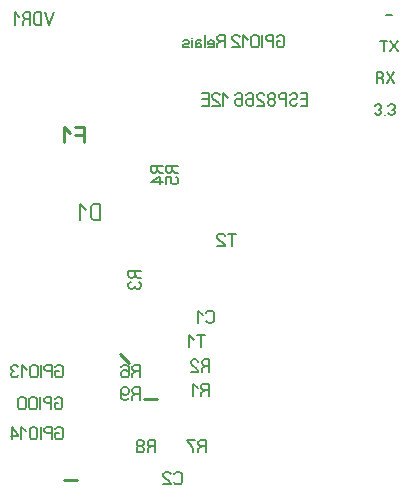
<source format=gbr>
%FSLAX32Y32*%
%MOMM*%
%LNBESTUECKUNG1*%
G71*
G01*
%ADD10C, 0.16*%
%ADD11C, 0.24*%
%ADD12C, 0.17*%
%ADD13C, 0.13*%
%ADD14C, 0.22*%
%LPD*%
G54D10*
X7652Y7533D02*
X7659Y7544D01*
X7672Y7549D01*
X7685Y7549D01*
X7699Y7544D01*
X7705Y7533D01*
X7705Y7521D01*
X7699Y7510D01*
X7685Y7505D01*
X7699Y7499D01*
X7705Y7488D01*
X7705Y7477D01*
X7699Y7466D01*
X7685Y7460D01*
X7672Y7460D01*
X7659Y7466D01*
X7652Y7477D01*
G54D10*
X7736Y7460D02*
X7736Y7460D01*
G54D10*
X7767Y7533D02*
X7774Y7544D01*
X7787Y7549D01*
X7800Y7549D01*
X7814Y7544D01*
X7820Y7533D01*
X7820Y7521D01*
X7814Y7510D01*
X7800Y7505D01*
X7814Y7499D01*
X7820Y7488D01*
X7820Y7477D01*
X7814Y7466D01*
X7800Y7460D01*
X7787Y7460D01*
X7774Y7466D01*
X7767Y7477D01*
G54D10*
X7747Y8302D02*
X7801Y8302D01*
G54D10*
X7726Y8000D02*
X7726Y8089D01*
G54D10*
X7700Y8089D02*
X7753Y8089D01*
G54D10*
X7784Y8089D02*
X7850Y8000D01*
G54D10*
X7784Y8000D02*
X7850Y8089D01*
G54D10*
X7695Y7775D02*
X7715Y7764D01*
X7721Y7752D01*
X7721Y7730D01*
G54D10*
X7668Y7730D02*
X7668Y7819D01*
X7701Y7819D01*
X7715Y7814D01*
X7721Y7802D01*
X7721Y7791D01*
X7715Y7780D01*
X7701Y7775D01*
X7668Y7775D01*
G54D10*
X7752Y7819D02*
X7819Y7730D01*
G54D10*
X7752Y7730D02*
X7819Y7819D01*
G54D11*
X5188Y7226D02*
X5188Y7360D01*
X5118Y7360D01*
G54D11*
X5188Y7293D02*
X5118Y7293D01*
G54D11*
X5071Y7310D02*
X5021Y7360D01*
X5021Y7226D01*
G54D12*
X5327Y6571D02*
X5327Y6705D01*
X5277Y6705D01*
X5257Y6696D01*
X5247Y6680D01*
X5247Y6596D01*
X5257Y6580D01*
X5277Y6571D01*
X5327Y6571D01*
G54D12*
X5210Y6655D02*
X5160Y6705D01*
X5160Y6571D01*
G54D13*
X6214Y5130D02*
X6190Y5117D01*
X6182Y5103D01*
X6182Y5077D01*
G54D13*
X6246Y5077D02*
X6246Y5183D01*
X6206Y5183D01*
X6190Y5177D01*
X6182Y5163D01*
X6182Y5150D01*
X6190Y5137D01*
X6206Y5130D01*
X6246Y5130D01*
G54D13*
X6153Y5143D02*
X6113Y5183D01*
X6113Y5077D01*
G54D13*
X6219Y5337D02*
X6195Y5324D01*
X6187Y5310D01*
X6187Y5284D01*
G54D13*
X6251Y5284D02*
X6251Y5390D01*
X6211Y5390D01*
X6195Y5384D01*
X6187Y5370D01*
X6187Y5357D01*
X6195Y5344D01*
X6211Y5337D01*
X6251Y5337D01*
G54D13*
X6094Y5284D02*
X6158Y5284D01*
X6158Y5290D01*
X6150Y5304D01*
X6102Y5344D01*
X6094Y5357D01*
X6094Y5370D01*
X6102Y5384D01*
X6118Y5390D01*
X6134Y5390D01*
X6150Y5384D01*
X6158Y5370D01*
G54D13*
X5619Y6109D02*
X5632Y6085D01*
X5646Y6077D01*
X5672Y6077D01*
G54D13*
X5672Y6141D02*
X5566Y6141D01*
X5566Y6101D01*
X5572Y6085D01*
X5586Y6077D01*
X5599Y6077D01*
X5612Y6085D01*
X5619Y6101D01*
X5619Y6141D01*
G54D13*
X5586Y6048D02*
X5572Y6040D01*
X5566Y6024D01*
X5566Y6008D01*
X5572Y5992D01*
X5586Y5984D01*
X5599Y5984D01*
X5612Y5992D01*
X5619Y6008D01*
X5626Y5992D01*
X5639Y5984D01*
X5652Y5984D01*
X5666Y5992D01*
X5672Y6008D01*
X5672Y6024D01*
X5666Y6040D01*
X5652Y6048D01*
G54D13*
X6227Y5716D02*
X6235Y5703D01*
X6251Y5696D01*
X6267Y5696D01*
X6283Y5703D01*
X6291Y5716D01*
X6291Y5783D01*
X6283Y5796D01*
X6267Y5803D01*
X6251Y5803D01*
X6235Y5796D01*
X6227Y5783D01*
G54D13*
X6198Y5763D02*
X6158Y5803D01*
X6158Y5696D01*
G54D13*
X6180Y5490D02*
X6180Y5597D01*
G54D13*
X6212Y5597D02*
X6148Y5597D01*
G54D13*
X6118Y5557D02*
X6078Y5597D01*
X6078Y5490D01*
G54D13*
X5810Y6996D02*
X5823Y6972D01*
X5836Y6964D01*
X5863Y6964D01*
G54D13*
X5863Y7028D02*
X5756Y7028D01*
X5756Y6988D01*
X5763Y6972D01*
X5776Y6964D01*
X5790Y6964D01*
X5803Y6972D01*
X5810Y6988D01*
X5810Y7028D01*
G54D13*
X5863Y6887D02*
X5756Y6887D01*
X5823Y6935D01*
X5836Y6935D01*
X5836Y6871D01*
G54D13*
X5937Y6996D02*
X5950Y6972D01*
X5963Y6964D01*
X5990Y6964D01*
G54D13*
X5990Y7028D02*
X5883Y7028D01*
X5883Y6988D01*
X5890Y6972D01*
X5903Y6964D01*
X5917Y6964D01*
X5930Y6972D01*
X5937Y6988D01*
X5937Y7028D01*
G54D13*
X5883Y6871D02*
X5883Y6935D01*
X5930Y6935D01*
X5930Y6927D01*
X5923Y6911D01*
X5923Y6895D01*
X5930Y6879D01*
X5943Y6871D01*
X5970Y6871D01*
X5983Y6879D01*
X5990Y6895D01*
X5990Y6911D01*
X5983Y6927D01*
X5970Y6935D01*
G54D13*
X6442Y6347D02*
X6442Y6454D01*
G54D13*
X6474Y6454D02*
X6410Y6454D01*
G54D13*
X6317Y6347D02*
X6381Y6347D01*
X6381Y6354D01*
X6373Y6367D01*
X6325Y6407D01*
X6317Y6420D01*
X6317Y6434D01*
X6325Y6447D01*
X6341Y6454D01*
X6357Y6454D01*
X6373Y6447D01*
X6381Y6434D01*
G54D13*
X7026Y7538D02*
X7082Y7538D01*
X7082Y7644D01*
X7026Y7644D01*
G54D13*
X7082Y7591D02*
X7026Y7591D01*
G54D13*
X6997Y7558D02*
X6989Y7544D01*
X6973Y7538D01*
X6957Y7538D01*
X6941Y7544D01*
X6933Y7558D01*
X6933Y7571D01*
X6941Y7584D01*
X6957Y7591D01*
X6973Y7591D01*
X6989Y7598D01*
X6997Y7611D01*
X6997Y7624D01*
X6989Y7638D01*
X6973Y7644D01*
X6957Y7644D01*
X6941Y7638D01*
X6933Y7624D01*
G54D13*
X6904Y7538D02*
X6904Y7644D01*
X6864Y7644D01*
X6848Y7638D01*
X6840Y7624D01*
X6840Y7611D01*
X6848Y7598D01*
X6864Y7591D01*
X6904Y7591D01*
G54D13*
X6771Y7591D02*
X6787Y7591D01*
X6803Y7598D01*
X6811Y7611D01*
X6811Y7624D01*
X6803Y7638D01*
X6787Y7644D01*
X6771Y7644D01*
X6755Y7638D01*
X6747Y7624D01*
X6747Y7611D01*
X6755Y7598D01*
X6771Y7591D01*
X6755Y7584D01*
X6747Y7571D01*
X6747Y7558D01*
X6755Y7544D01*
X6771Y7538D01*
X6787Y7538D01*
X6803Y7544D01*
X6811Y7558D01*
X6811Y7571D01*
X6803Y7584D01*
X6787Y7591D01*
G54D13*
X6654Y7538D02*
X6718Y7538D01*
X6718Y7544D01*
X6710Y7558D01*
X6662Y7598D01*
X6654Y7611D01*
X6654Y7624D01*
X6662Y7638D01*
X6678Y7644D01*
X6694Y7644D01*
X6710Y7638D01*
X6718Y7624D01*
G54D13*
X6561Y7624D02*
X6569Y7638D01*
X6585Y7644D01*
X6601Y7644D01*
X6617Y7638D01*
X6625Y7624D01*
X6625Y7591D01*
X6625Y7584D01*
X6601Y7598D01*
X6585Y7598D01*
X6569Y7591D01*
X6561Y7578D01*
X6561Y7558D01*
X6569Y7544D01*
X6585Y7538D01*
X6601Y7538D01*
X6617Y7544D01*
X6625Y7558D01*
X6625Y7591D01*
G54D13*
X6468Y7624D02*
X6476Y7638D01*
X6492Y7644D01*
X6508Y7644D01*
X6524Y7638D01*
X6532Y7624D01*
X6532Y7591D01*
X6532Y7584D01*
X6508Y7598D01*
X6492Y7598D01*
X6476Y7591D01*
X6468Y7578D01*
X6468Y7558D01*
X6476Y7544D01*
X6492Y7538D01*
X6508Y7538D01*
X6524Y7544D01*
X6532Y7558D01*
X6532Y7591D01*
G54D13*
X6408Y7604D02*
X6368Y7644D01*
X6368Y7538D01*
G54D13*
X6275Y7538D02*
X6339Y7538D01*
X6339Y7544D01*
X6331Y7558D01*
X6283Y7598D01*
X6275Y7611D01*
X6275Y7624D01*
X6283Y7638D01*
X6299Y7644D01*
X6315Y7644D01*
X6331Y7638D01*
X6339Y7624D01*
G54D13*
X6190Y7538D02*
X6246Y7538D01*
X6246Y7644D01*
X6190Y7644D01*
G54D13*
X6246Y7591D02*
X6190Y7591D01*
G54D13*
X5632Y5289D02*
X5608Y5276D01*
X5600Y5263D01*
X5600Y5236D01*
G54D13*
X5664Y5236D02*
X5664Y5343D01*
X5624Y5343D01*
X5608Y5336D01*
X5600Y5323D01*
X5600Y5309D01*
X5608Y5296D01*
X5624Y5289D01*
X5664Y5289D01*
G54D13*
X5507Y5323D02*
X5515Y5336D01*
X5531Y5343D01*
X5547Y5343D01*
X5563Y5336D01*
X5571Y5323D01*
X5571Y5289D01*
X5571Y5283D01*
X5547Y5296D01*
X5531Y5296D01*
X5515Y5289D01*
X5507Y5276D01*
X5507Y5256D01*
X5515Y5243D01*
X5531Y5236D01*
X5547Y5236D01*
X5563Y5243D01*
X5571Y5256D01*
X5571Y5289D01*
G54D13*
X6188Y4654D02*
X6164Y4641D01*
X6156Y4628D01*
X6156Y4601D01*
G54D13*
X6220Y4601D02*
X6220Y4708D01*
X6180Y4708D01*
X6164Y4701D01*
X6156Y4688D01*
X6156Y4674D01*
X6164Y4661D01*
X6180Y4654D01*
X6220Y4654D01*
G54D13*
X6127Y4708D02*
X6063Y4708D01*
X6071Y4694D01*
X6087Y4674D01*
X6103Y4648D01*
X6111Y4628D01*
X6111Y4601D01*
G54D13*
X4974Y5019D02*
X4942Y5019D01*
X4942Y4986D01*
X4950Y4973D01*
X4966Y4966D01*
X4982Y4966D01*
X4998Y4973D01*
X5006Y4986D01*
X5006Y5053D01*
X4998Y5066D01*
X4982Y5073D01*
X4966Y5073D01*
X4950Y5066D01*
X4942Y5053D01*
G54D13*
X4913Y4966D02*
X4913Y5073D01*
X4873Y5073D01*
X4857Y5066D01*
X4849Y5053D01*
X4849Y5039D01*
X4857Y5026D01*
X4873Y5019D01*
X4913Y5019D01*
G54D13*
X4820Y4966D02*
X4820Y5073D01*
G54D13*
X4727Y5053D02*
X4727Y4986D01*
X4735Y4973D01*
X4751Y4966D01*
X4767Y4966D01*
X4783Y4973D01*
X4791Y4986D01*
X4791Y5053D01*
X4783Y5066D01*
X4767Y5073D01*
X4751Y5073D01*
X4735Y5066D01*
X4727Y5053D01*
G54D13*
X4634Y5053D02*
X4634Y4986D01*
X4642Y4973D01*
X4658Y4966D01*
X4674Y4966D01*
X4690Y4973D01*
X4698Y4986D01*
X4698Y5053D01*
X4690Y5066D01*
X4674Y5073D01*
X4658Y5073D01*
X4642Y5066D01*
X4634Y5053D01*
G54D13*
X4980Y5289D02*
X4948Y5289D01*
X4948Y5256D01*
X4956Y5243D01*
X4972Y5236D01*
X4988Y5236D01*
X5004Y5243D01*
X5012Y5256D01*
X5012Y5323D01*
X5004Y5336D01*
X4988Y5343D01*
X4972Y5343D01*
X4956Y5336D01*
X4948Y5323D01*
G54D13*
X4919Y5236D02*
X4919Y5343D01*
X4879Y5343D01*
X4863Y5336D01*
X4855Y5323D01*
X4855Y5309D01*
X4863Y5296D01*
X4879Y5289D01*
X4919Y5289D01*
G54D13*
X4826Y5236D02*
X4826Y5343D01*
G54D13*
X4733Y5323D02*
X4733Y5256D01*
X4741Y5243D01*
X4757Y5236D01*
X4773Y5236D01*
X4789Y5243D01*
X4797Y5256D01*
X4797Y5323D01*
X4789Y5336D01*
X4773Y5343D01*
X4757Y5343D01*
X4741Y5336D01*
X4733Y5323D01*
G54D13*
X4704Y5303D02*
X4664Y5343D01*
X4664Y5236D01*
G54D13*
X4635Y5323D02*
X4627Y5336D01*
X4611Y5343D01*
X4595Y5343D01*
X4579Y5336D01*
X4571Y5323D01*
X4571Y5309D01*
X4579Y5296D01*
X4595Y5289D01*
X4579Y5283D01*
X4571Y5269D01*
X4571Y5256D01*
X4579Y5243D01*
X4595Y5236D01*
X4611Y5236D01*
X4627Y5243D01*
X4635Y5256D01*
G54D14*
X5020Y4368D02*
X5127Y4368D01*
G54D13*
X6853Y8083D02*
X6821Y8083D01*
X6821Y8050D01*
X6829Y8037D01*
X6845Y8030D01*
X6861Y8030D01*
X6877Y8037D01*
X6885Y8050D01*
X6885Y8117D01*
X6877Y8130D01*
X6861Y8137D01*
X6845Y8137D01*
X6829Y8130D01*
X6821Y8117D01*
G54D13*
X6792Y8030D02*
X6792Y8137D01*
X6752Y8137D01*
X6736Y8130D01*
X6728Y8117D01*
X6728Y8103D01*
X6736Y8090D01*
X6752Y8083D01*
X6792Y8083D01*
G54D13*
X6699Y8030D02*
X6699Y8137D01*
G54D13*
X6606Y8117D02*
X6606Y8050D01*
X6614Y8037D01*
X6630Y8030D01*
X6646Y8030D01*
X6662Y8037D01*
X6670Y8050D01*
X6670Y8117D01*
X6662Y8130D01*
X6646Y8137D01*
X6630Y8137D01*
X6614Y8130D01*
X6606Y8117D01*
G54D13*
X6577Y8097D02*
X6537Y8137D01*
X6537Y8030D01*
G54D13*
X6444Y8030D02*
X6508Y8030D01*
X6508Y8037D01*
X6500Y8050D01*
X6452Y8090D01*
X6444Y8103D01*
X6444Y8117D01*
X6452Y8130D01*
X6468Y8137D01*
X6484Y8137D01*
X6500Y8130D01*
X6508Y8117D01*
G54D13*
X6352Y8083D02*
X6328Y8070D01*
X6320Y8057D01*
X6320Y8030D01*
G54D13*
X6384Y8030D02*
X6384Y8137D01*
X6344Y8137D01*
X6328Y8130D01*
X6320Y8117D01*
X6320Y8103D01*
X6328Y8090D01*
X6344Y8083D01*
X6384Y8083D01*
G54D13*
X6243Y8037D02*
X6256Y8030D01*
X6272Y8030D01*
X6288Y8037D01*
X6291Y8050D01*
X6291Y8073D01*
X6283Y8086D01*
X6267Y8090D01*
X6251Y8086D01*
X6243Y8077D01*
X6243Y8063D01*
X6291Y8063D01*
G54D13*
X6214Y8030D02*
X6214Y8137D01*
G54D13*
X6185Y8083D02*
X6169Y8090D01*
X6150Y8090D01*
X6137Y8077D01*
X6137Y8030D01*
G54D13*
X6137Y8050D02*
X6145Y8063D01*
X6161Y8066D01*
X6177Y8063D01*
X6185Y8050D01*
X6182Y8037D01*
X6169Y8030D01*
X6161Y8030D01*
X6158Y8030D01*
X6145Y8037D01*
X6137Y8050D01*
G54D13*
X6108Y8030D02*
X6108Y8090D01*
G54D13*
X6108Y8110D02*
X6108Y8110D01*
G54D13*
X6079Y8037D02*
X6063Y8030D01*
X6047Y8030D01*
X6031Y8037D01*
X6031Y8050D01*
X6039Y8057D01*
X6071Y8063D01*
X6079Y8070D01*
X6079Y8083D01*
X6063Y8090D01*
X6047Y8090D01*
X6031Y8083D01*
G54D13*
X4937Y8327D02*
X4897Y8220D01*
X4857Y8327D01*
G54D13*
X4828Y8220D02*
X4828Y8327D01*
X4788Y8327D01*
X4772Y8320D01*
X4764Y8307D01*
X4764Y8240D01*
X4772Y8227D01*
X4788Y8220D01*
X4828Y8220D01*
G54D13*
X4703Y8274D02*
X4679Y8260D01*
X4671Y8247D01*
X4671Y8220D01*
G54D13*
X4735Y8220D02*
X4735Y8327D01*
X4695Y8327D01*
X4679Y8320D01*
X4671Y8307D01*
X4671Y8294D01*
X4679Y8280D01*
X4695Y8274D01*
X4735Y8274D01*
G54D13*
X4642Y8287D02*
X4602Y8327D01*
X4602Y8220D01*
G54D13*
X5953Y4351D02*
X5961Y4337D01*
X5977Y4331D01*
X5993Y4331D01*
X6009Y4337D01*
X6017Y4351D01*
X6017Y4417D01*
X6009Y4431D01*
X5993Y4437D01*
X5977Y4437D01*
X5961Y4431D01*
X5953Y4417D01*
G54D13*
X5860Y4331D02*
X5924Y4331D01*
X5924Y4337D01*
X5916Y4351D01*
X5868Y4391D01*
X5860Y4404D01*
X5860Y4417D01*
X5868Y4431D01*
X5884Y4437D01*
X5900Y4437D01*
X5916Y4431D01*
X5924Y4417D01*
G54D13*
X4977Y4765D02*
X4945Y4765D01*
X4945Y4732D01*
X4953Y4719D01*
X4969Y4712D01*
X4985Y4712D01*
X5001Y4719D01*
X5009Y4732D01*
X5009Y4799D01*
X5001Y4812D01*
X4985Y4819D01*
X4969Y4819D01*
X4953Y4812D01*
X4945Y4799D01*
G54D13*
X4916Y4712D02*
X4916Y4819D01*
X4876Y4819D01*
X4860Y4812D01*
X4852Y4799D01*
X4852Y4785D01*
X4860Y4772D01*
X4876Y4765D01*
X4916Y4765D01*
G54D13*
X4823Y4712D02*
X4823Y4819D01*
G54D13*
X4730Y4799D02*
X4730Y4732D01*
X4738Y4719D01*
X4754Y4712D01*
X4770Y4712D01*
X4786Y4719D01*
X4794Y4732D01*
X4794Y4799D01*
X4786Y4812D01*
X4770Y4819D01*
X4754Y4819D01*
X4738Y4812D01*
X4730Y4799D01*
G54D13*
X4701Y4779D02*
X4661Y4819D01*
X4661Y4712D01*
G54D13*
X4584Y4712D02*
X4584Y4819D01*
X4632Y4752D01*
X4632Y4739D01*
X4568Y4739D01*
G54D13*
X5760Y4654D02*
X5736Y4641D01*
X5728Y4628D01*
X5728Y4601D01*
G54D13*
X5792Y4601D02*
X5792Y4708D01*
X5752Y4708D01*
X5736Y4701D01*
X5728Y4688D01*
X5728Y4674D01*
X5736Y4661D01*
X5752Y4654D01*
X5792Y4654D01*
G54D13*
X5659Y4654D02*
X5675Y4654D01*
X5691Y4661D01*
X5699Y4674D01*
X5699Y4688D01*
X5691Y4701D01*
X5675Y4708D01*
X5659Y4708D01*
X5643Y4701D01*
X5635Y4688D01*
X5635Y4674D01*
X5643Y4661D01*
X5659Y4654D01*
X5643Y4648D01*
X5635Y4634D01*
X5635Y4621D01*
X5643Y4608D01*
X5659Y4601D01*
X5675Y4601D01*
X5691Y4608D01*
X5699Y4621D01*
X5699Y4634D01*
X5691Y4648D01*
X5675Y4654D01*
G54D13*
X5632Y5099D02*
X5608Y5085D01*
X5600Y5072D01*
X5600Y5045D01*
G54D13*
X5664Y5045D02*
X5664Y5152D01*
X5624Y5152D01*
X5608Y5145D01*
X5600Y5132D01*
X5600Y5119D01*
X5608Y5105D01*
X5624Y5099D01*
X5664Y5099D01*
G54D13*
X5571Y5065D02*
X5563Y5052D01*
X5547Y5045D01*
X5531Y5045D01*
X5515Y5052D01*
X5507Y5065D01*
X5507Y5099D01*
X5507Y5105D01*
X5531Y5092D01*
X5547Y5092D01*
X5563Y5099D01*
X5571Y5112D01*
X5571Y5132D01*
X5563Y5145D01*
X5547Y5152D01*
X5531Y5152D01*
X5515Y5145D01*
X5507Y5132D01*
X5507Y5099D01*
G54D14*
X5496Y5437D02*
X5571Y5362D01*
G54D14*
X5702Y5050D02*
X5809Y5050D01*
M02*

</source>
